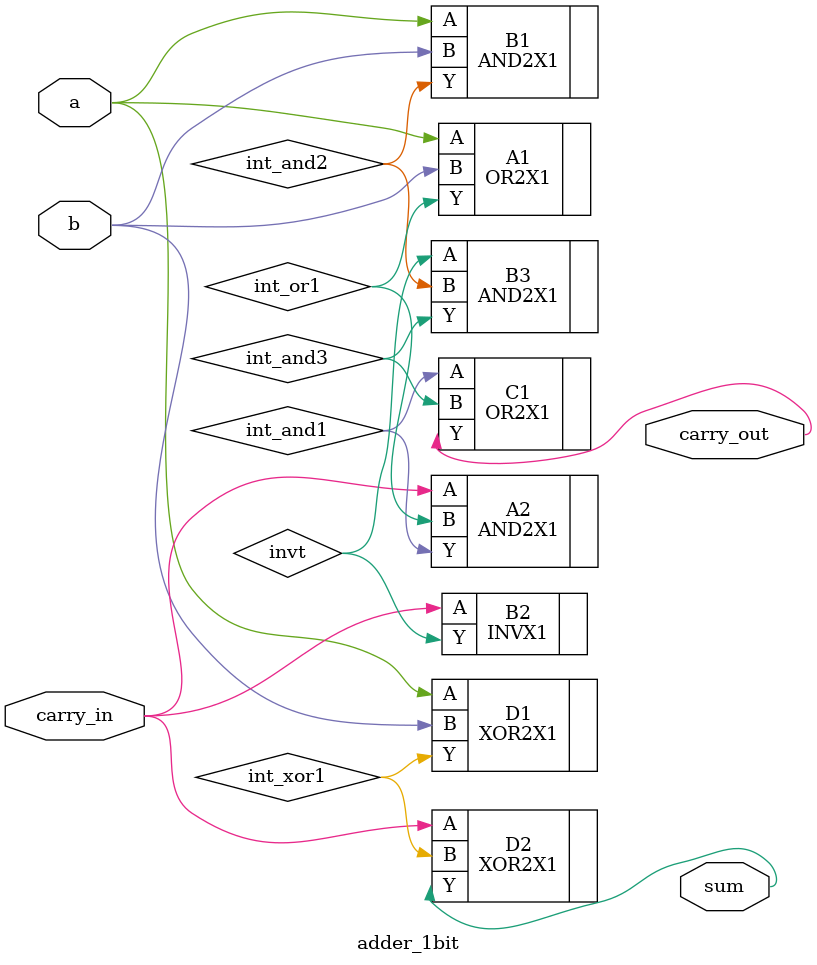
<source format=sv>

module adder_1bit
(
	input wire a,
	input wire b,
	input wire carry_in,
	output wire sum,
	output wire carry_out
);
	wire int_and1;
	wire int_and2;
	wire int_and3;
	wire int_or1;
	wire invt;
	wire int_xor1;
	
	OR2X1 A1(.Y(int_or1), .A(a), .B(b));
	AND2X1 A2 (.Y(int_and1), .A(carry_in), .B(int_or1));
	AND2X1 B1 (.Y(int_and2), .A(a), .B(b));
	INVX1 B2 (.Y(invt), .A(carry_in));
	AND2X1 B3 (.Y(int_and3), .A(invt), .B(int_and2));
	OR2X1 C1 (.Y(carry_out), .A(int_and1), .B(int_and3));//carry out = (!carry_in & b & a) | (carry_in & (b | a))
	XOR2X1 D1 (.Y(int_xor1), .A(a), .B(b));
	XOR2X1 D2 (.Y(sum), .A(carry_in), .B(int_xor1));

endmodule
</source>
